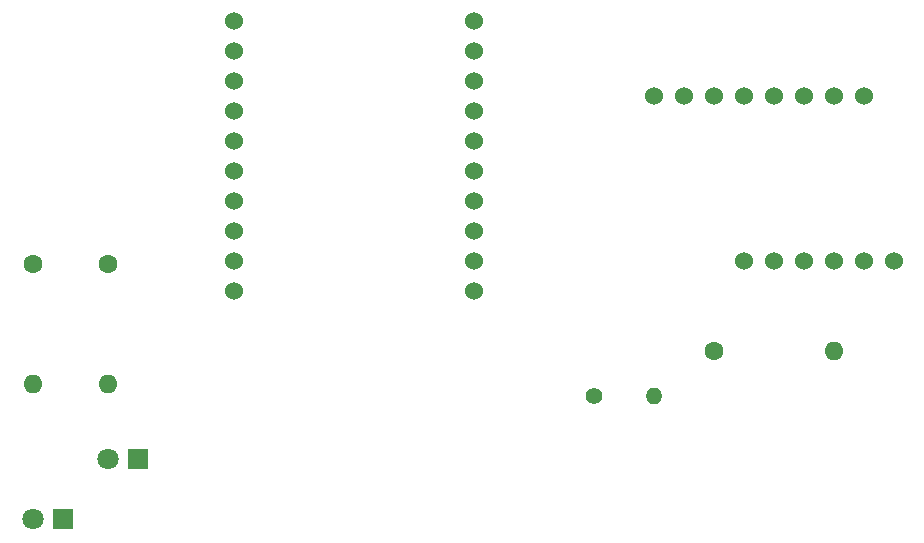
<source format=gbr>
%TF.GenerationSoftware,KiCad,Pcbnew,(5.1.10)-1*%
%TF.CreationDate,2021-11-06T16:25:45-04:00*%
%TF.ProjectId,SmartHub,536d6172-7448-4756-922e-6b696361645f,rev?*%
%TF.SameCoordinates,Original*%
%TF.FileFunction,Soldermask,Top*%
%TF.FilePolarity,Negative*%
%FSLAX46Y46*%
G04 Gerber Fmt 4.6, Leading zero omitted, Abs format (unit mm)*
G04 Created by KiCad (PCBNEW (5.1.10)-1) date 2021-11-06 16:25:45*
%MOMM*%
%LPD*%
G01*
G04 APERTURE LIST*
%ADD10C,1.524000*%
%ADD11C,1.600000*%
%ADD12O,1.600000X1.600000*%
%ADD13R,1.800000X1.800000*%
%ADD14C,1.800000*%
%ADD15C,1.400000*%
%ADD16O,1.400000X1.400000*%
G04 APERTURE END LIST*
D10*
%TO.C,RTC*%
X175184000Y-72606000D03*
X177724000Y-72606000D03*
X180264000Y-72606000D03*
X182804000Y-72606000D03*
X185344000Y-72606000D03*
X187884000Y-72606000D03*
X190424000Y-72606000D03*
X192964000Y-72606000D03*
%TD*%
%TO.C,BH1750*%
X182804000Y-86576000D03*
X185344000Y-86576000D03*
X187884000Y-86576000D03*
X190424000Y-86576000D03*
X192964000Y-86576000D03*
X195504000Y-86576000D03*
%TD*%
D11*
%TO.C,R1*%
X180264000Y-94196000D03*
D12*
X190424000Y-94196000D03*
%TD*%
D10*
%TO.C,HUZZAH*%
X159944000Y-89116000D03*
X159944000Y-86576000D03*
X159944000Y-73876000D03*
X159944000Y-68796000D03*
X159944000Y-84036000D03*
X159944000Y-81496000D03*
X159944000Y-78956000D03*
X159944000Y-66256000D03*
X159944000Y-71336000D03*
X159944000Y-76416000D03*
X139624000Y-89116000D03*
X139624000Y-86576000D03*
X139624000Y-84036000D03*
X139624000Y-81496000D03*
X139624000Y-78956000D03*
X139624000Y-76416000D03*
X139624000Y-73876000D03*
X139624000Y-71336000D03*
X139624000Y-68796000D03*
X139624000Y-66256000D03*
%TD*%
D13*
%TO.C,D1*%
X125146000Y-108420000D03*
D14*
X122606000Y-108420000D03*
%TD*%
D13*
%TO.C,D2*%
X131496000Y-103340000D03*
D14*
X128956000Y-103340000D03*
%TD*%
D11*
%TO.C,R2*%
X122606000Y-86830000D03*
D12*
X122606000Y-96990000D03*
%TD*%
D11*
%TO.C,R3*%
X128956000Y-86830000D03*
D12*
X128956000Y-96990000D03*
%TD*%
D15*
%TO.C,SW1*%
X170104000Y-98006000D03*
D16*
X175184000Y-98006000D03*
%TD*%
M02*

</source>
